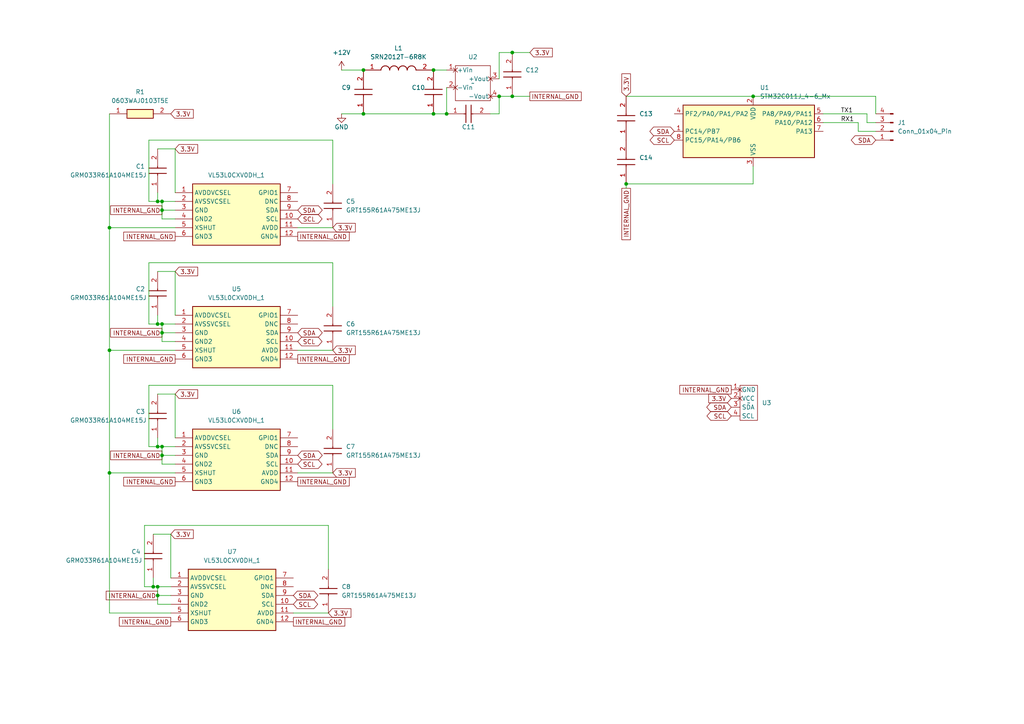
<source format=kicad_sch>
(kicad_sch (version 20230121) (generator eeschema)
  (paper "A4")
  (lib_symbols
    (symbol "0603WAJ0103T5E:0603WAJ0103T5E" (pin_names hide)
      (property "Reference" "R" (at 13.97 6.35 0))
      (property "Value" "0603WAJ0103T5E" (at 13.97 3.81 0))
      (symbol "0603WAJ0103T5E_1_1"
        (rectangle (start 5.08 1.27) (end 12.7 -1.27) (stroke (width 0.254)) (fill (type background)))
        (pin passive line (at 0 0 0) (length 5.08) (name "1") (number "1"))
        (pin passive line (at 17.78 0 180) (length 5.08) (name "2") (number "2"))
      )
    )
    (symbol "C0402C271K5RAC:C0402C271K5RAC" (pin_names hide)
      (property "Reference" "C" (at 8.89 6.35 0))
      (property "Value" "C0402C271K5RAC" (at 8.89 3.81 0))
      (symbol "C0402C271K5RAC_1_1"
        (polyline (pts (xy 5.08 0) (xy 5.588 0)) (stroke (width 0.254)))
        (polyline (pts (xy 5.588 2.54) (xy 5.588 -2.54)) (stroke (width 0.254)))
        (polyline (pts (xy 7.112 0) (xy 7.62 0)) (stroke (width 0.254)))
        (polyline (pts (xy 7.112 2.54) (xy 7.112 -2.54)) (stroke (width 0.254)))
        (pin passive line (at 0 0 0) (length 5.08) (name "1") (number "1"))
        (pin passive line (at 12.7 0 180) (length 5.08) (name "2") (number "2"))
      )
    )
    (symbol "Connector:Conn_01x04_Pin" (pin_names (offset 1.016) hide)
      (property "Reference" "J" (at 0 5.08 0))
      (property "Value" "Conn_01x04_Pin" (at 0 -7.62 0))
      (symbol "Conn_01x04_Pin_1_1"
        (polyline (pts (xy 1.27 -5.08) (xy 0.8636 -5.08)) (stroke (width 0.1524)))
        (polyline (pts (xy 1.27 -2.54) (xy 0.8636 -2.54)) (stroke (width 0.1524)))
        (polyline (pts (xy 1.27 0) (xy 0.8636 0)) (stroke (width 0.1524)))
        (polyline (pts (xy 1.27 2.54) (xy 0.8636 2.54)) (stroke (width 0.1524)))
        (rectangle (start 0.8636 -4.953) (end 0 -5.207) (stroke (width 0.1524)) (fill (type outline)))
        (rectangle (start 0.8636 -2.413) (end 0 -2.667) (stroke (width 0.1524)) (fill (type outline)))
        (rectangle (start 0.8636 0.127) (end 0 -0.127) (stroke (width 0.1524)) (fill (type outline)))
        (rectangle (start 0.8636 2.667) (end 0 2.413) (stroke (width 0.1524)) (fill (type outline)))
        (pin passive line (at 5.08 2.54 180) (length 3.81) (name "Pin_1") (number "1"))
        (pin passive line (at 5.08 0 180) (length 3.81) (name "Pin_2") (number "2"))
        (pin passive line (at 5.08 -2.54 180) (length 3.81) (name "Pin_3") (number "3"))
        (pin passive line (at 5.08 -5.08 180) (length 3.81) (name "Pin_4") (number "4"))
      )
    )
    (symbol "Converter_DCDC:IEB0112S3V3"
      (property "Reference" "U" (at 0 0 0))
      (symbol "IEB0112S3V3_0_1"
        (rectangle (start -5.08 5.08) (end 5.08 -5.08))
      )
      (symbol "IEB0112S3V3_1_1"
        (pin power_in non_logic (at -7.62 3.81 0) (length 2.54) (name "+Vin") (number "1"))
        (pin passive non_logic (at -7.62 -1.27 0) (length 2.54) (name "-Vin") (number "2"))
        (pin power_out non_logic (at 7.62 1.27 180) (length 2.54) (name "+Vout") (number "3"))
        (pin passive non_logic (at 7.62 -3.81 180) (length 2.54) (name "-Vout") (number "4"))
      )
    )
    (symbol "Driver_Display:SSD1306"
      (property "Reference" "U" (at 0 0 0))
      (symbol "SSD1306_0_1"
        (rectangle (start -2.54 5.08) (end 2.54 -5.08))
      )
      (symbol "SSD1306_1_1"
        (pin passive non_logic (at -5.08 3.81 0) (length 2.54) (name "GND") (number "1"))
        (pin power_in non_logic (at -5.08 1.27 0) (length 2.54) (name "VCC") (number "2"))
        (pin bidirectional line (at -5.08 -1.27 0) (length 2.54) (name "SDA") (number "3"))
        (pin bidirectional line (at -5.08 -3.81 0) (length 2.54) (name "SCL") (number "4"))
      )
    )
    (symbol "GRM033R61A104ME15J:GRM033R61A104ME15J" (pin_names hide)
      (property "Reference" "C" (at 8.89 6.35 0))
      (property "Value" "GRM033R61A104ME15J" (at 8.89 3.81 0))
      (symbol "GRM033R61A104ME15J_1_1"
        (polyline (pts (xy 5.08 0) (xy 5.588 0)) (stroke (width 0.254)))
        (polyline (pts (xy 5.588 2.54) (xy 5.588 -2.54)) (stroke (width 0.254)))
        (polyline (pts (xy 7.112 0) (xy 7.62 0)) (stroke (width 0.254)))
        (polyline (pts (xy 7.112 2.54) (xy 7.112 -2.54)) (stroke (width 0.254)))
        (pin passive line (at 0 0 0) (length 5.08) (name "1") (number "1"))
        (pin passive line (at 12.7 0 180) (length 5.08) (name "2") (number "2"))
      )
    )
    (symbol "GRM188R61C106MA73J:GRM188R61C106MA73J" (pin_names hide)
      (property "Reference" "C" (at 8.89 6.35 0))
      (property "Value" "GRM188R61C106MA73J" (at 8.89 3.81 0))
      (symbol "GRM188R61C106MA73J_1_1"
        (polyline (pts (xy 5.08 0) (xy 5.588 0)) (stroke (width 0.254)))
        (polyline (pts (xy 5.588 2.54) (xy 5.588 -2.54)) (stroke (width 0.254)))
        (polyline (pts (xy 7.112 0) (xy 7.62 0)) (stroke (width 0.254)))
        (polyline (pts (xy 7.112 2.54) (xy 7.112 -2.54)) (stroke (width 0.254)))
        (pin passive line (at 0 0 0) (length 5.08) (name "1") (number "1"))
        (pin passive line (at 12.7 0 180) (length 5.08) (name "2") (number "2"))
      )
    )
    (symbol "GRT155R61A475ME13J:GRT155R61A475ME13J" (pin_names hide)
      (property "Reference" "C" (at 8.89 6.35 0))
      (property "Value" "GRT155R61A475ME13J" (at 8.89 3.81 0))
      (symbol "GRT155R61A475ME13J_1_1"
        (polyline (pts (xy 5.08 0) (xy 5.588 0)) (stroke (width 0.254)))
        (polyline (pts (xy 5.588 2.54) (xy 5.588 -2.54)) (stroke (width 0.254)))
        (polyline (pts (xy 7.112 0) (xy 7.62 0)) (stroke (width 0.254)))
        (polyline (pts (xy 7.112 2.54) (xy 7.112 -2.54)) (stroke (width 0.254)))
        (pin passive line (at 0 0 0) (length 5.08) (name "1") (number "1"))
        (pin passive line (at 12.7 0 180) (length 5.08) (name "2") (number "2"))
      )
    )
    (symbol "MCU_ST_STM32C0:STM32C011J_4-6_Mx"
      (property "Reference" "U" (at -17.78 8.89 0))
      (property "Value" "STM32C011J_4-6_Mx" (at 5.08 8.89 0))
      (symbol "STM32C011J_4-6_Mx_0_1"
        (rectangle (start -17.78 -7.62) (end 20.32 7.62) (stroke (width 0.254)) (fill (type background)))
      )
      (symbol "STM32C011J_4-6_Mx_1_1"
        (pin bidirectional line (at -20.32 0 0) (length 2.54) (name "PC14/PB7") (number "1"))
        (pin power_in line (at 2.54 10.16 270) (length 2.54) (name "VDD") (number "2"))
        (pin power_in line (at 2.54 -10.16 90) (length 2.54) (name "VSS") (number "3"))
        (pin bidirectional line (at -20.32 5.08 0) (length 2.54) (name "PF2/PA0/PA1/PA2") (number "4"))
        (pin bidirectional line (at 22.86 5.08 180) (length 2.54) (name "PA8/PA9/PA11") (number "5"))
        (pin bidirectional line (at 22.86 2.54 180) (length 2.54) (name "PA10/PA12") (number "6"))
        (pin bidirectional line (at 22.86 0 180) (length 2.54) (name "PA13") (number "7"))
        (pin bidirectional line (at -20.32 -2.54 0) (length 2.54) (name "PC15/PA14/PB6") (number "8"))
      )
    )
    (symbol "SRN2012T-6R8K:SRN2012T-6R8K" (pin_names hide)
      (property "Reference" "L" (at 16.51 6.35 0))
      (property "Value" "SRN2012T-6R8K" (at 16.51 3.81 0))
      (symbol "SRN2012T-6R8K_1_1"
        (arc (start 7.62 0) (mid 6.35 1.219) (end 5.08 0) (stroke (width 0.254)))
        (arc (start 10.16 0) (mid 8.89 1.219) (end 7.62 0) (stroke (width 0.254)))
        (arc (start 12.7 0) (mid 11.43 1.219) (end 10.16 0) (stroke (width 0.254)))
        (arc (start 15.24 0) (mid 13.97 1.219) (end 12.7 0) (stroke (width 0.254)))
        (pin passive line (at 0 0 0) (length 5.08) (name "1") (number "1"))
        (pin passive line (at 20.32 0 180) (length 5.08) (name "2") (number "2"))
      )
    )
    (symbol "VL53L0CXV0DH_1:VL53L0CXV0DH_1"
      (property "Reference" "U" (at 31.75 7.62 0))
      (property "Value" "VL53L0CXV0DH_1" (at 31.75 5.08 0))
      (symbol "VL53L0CXV0DH_1_1_1"
        (rectangle (start 5.08 2.54) (end 30.48 -15.24) (stroke (width 0.254)) (fill (type background)))
        (pin power_in line (at 0 0 0) (length 5.08) (name "AVDDVCSEL") (number "1"))
        (pin power_in line (at 35.56 -7.62 180) (length 5.08) (name "SCL") (number "10"))
        (pin power_in line (at 35.56 -10.16 180) (length 5.08) (name "AVDD") (number "11"))
        (pin power_in line (at 35.56 -12.7 180) (length 5.08) (name "GND4") (number "12"))
        (pin input line (at 0 -2.54 0) (length 5.08) (name "AVSSVCSEL") (number "2"))
        (pin bidirectional line (at 0 -5.08 0) (length 5.08) (name "GND") (number "3"))
        (pin input line (at 0 -7.62 0) (length 5.08) (name "GND2") (number "4"))
        (pin output line (at 0 -10.16 0) (length 5.08) (name "XSHUT") (number "5"))
        (pin power_in line (at 0 -12.7 0) (length 5.08) (name "GND3") (number "6"))
        (pin input line (at 35.56 0 180) (length 5.08) (name "GPIO1") (number "7"))
        (pin power_in line (at 35.56 -2.54 180) (length 5.08) (name "DNC") (number "8"))
        (pin power_in line (at 35.56 -5.08 180) (length 5.08) (name "SDA") (number "9"))
      )
    )
    (symbol "power:+12V" (power) (pin_names (offset 0))
      (property "Value" "+12V" (at 0 3.556 0))
      (symbol "+12V_0_1"
        (polyline (pts (xy -0.762 1.27) (xy 0 2.54)))
        (polyline (pts (xy 0 0) (xy 0 2.54)))
        (polyline (pts (xy 0 2.54) (xy 0.762 1.27)))
      )
      (symbol "+12V_1_1"
        (pin power_in line (at 0 0 90) (length 0) hide (name "+12V") (number "1"))
      )
    )
    (symbol "power:GND" (power) (pin_names (offset 0))
      (property "Value" "GND" (at 0 -3.81 0))
      (symbol "GND_0_1"
        (polyline (pts (xy 0 0) (xy 0 -1.27) (xy 1.27 -1.27) (xy 0 -2.54) (xy -1.27 -1.27) (xy 0 -1.27)))
      )
      (symbol "GND_1_1"
        (pin power_in line (at 0 0 270) (length 0) hide (name "GND") (number "1"))
      )
    )
  )
  (junction (at 181.61 53.34))
  (junction (at 46.99 132.08))
  (junction (at 46.99 60.96))
  (junction (at 148.59 15.24))
  (junction (at 31.75 101.6))
  (junction (at 218.44 27.94))
  (junction (at 105.41 33.02))
  (junction (at 129.54 33.02))
  (junction (at 148.59 27.94))
  (junction (at 46.99 58.42))
  (junction (at 144.78 27.94))
  (junction (at 125.73 33.02))
  (junction (at 31.75 66.04))
  (junction (at 125.73 20.32))
  (junction (at 45.72 172.72))
  (junction (at 45.72 170.18))
  (junction (at 45.72 58.42))
  (junction (at 45.72 93.98))
  (junction (at 105.41 20.32))
  (junction (at 45.72 129.54))
  (junction (at 46.99 93.98))
  (junction (at 46.99 96.52))
  (junction (at 31.75 137.16))
  (junction (at 46.99 129.54))
  (junction (at 44.45 170.18))
  (wire (pts (xy 45.72 93.98) (xy 45.72 91.44)))
  (wire (pts (xy 46.99 129.54) (xy 45.72 129.54)))
  (wire (pts (xy 31.75 101.6) (xy 31.75 137.16)))
  (wire (pts (xy 45.72 129.54) (xy 45.72 127)))
  (wire (pts (xy 251.46 33.02) (xy 238.76 33.02)))
  (wire (pts (xy 144.78 33.02) (xy 144.78 27.94)))
  (wire (pts (xy 96.52 101.6) (xy 86.36 101.6)))
  (wire (pts (xy 45.72 43.18) (xy 50.8 43.18)))
  (wire (pts (xy 41.91 152.4) (xy 41.91 170.18)))
  (wire (pts (xy 49.53 170.18) (xy 45.72 170.18)))
  (wire (pts (xy 248.92 38.1) (xy 248.92 35.56)))
  (wire (pts (xy 251.46 35.56) (xy 251.46 33.02)))
  (wire (pts (xy 45.72 175.26) (xy 49.53 175.26)))
  (wire (pts (xy 41.91 170.18) (xy 44.45 170.18)))
  (wire (pts (xy 181.61 27.94) (xy 218.44 27.94)))
  (wire (pts (xy 43.18 76.2) (xy 43.18 93.98)))
  (wire (pts (xy 254 35.56) (xy 251.46 35.56)))
  (wire (pts (xy 43.18 40.64) (xy 43.18 58.42)))
  (wire (pts (xy 99.06 20.32) (xy 105.41 20.32)))
  (wire (pts (xy 46.99 58.42) (xy 46.99 60.96)))
  (wire (pts (xy 45.72 58.42) (xy 46.99 58.42)))
  (wire (pts (xy 96.52 53.34) (xy 96.52 40.64)))
  (wire (pts (xy 96.52 111.76) (xy 43.18 111.76)))
  (wire (pts (xy 31.75 137.16) (xy 50.8 137.16)))
  (wire (pts (xy 50.8 114.3) (xy 50.8 127)))
  (wire (pts (xy 46.99 63.5) (xy 50.8 63.5)))
  (wire (pts (xy 46.99 132.08) (xy 46.99 134.62)))
  (wire (pts (xy 148.59 15.24) (xy 144.78 15.24)))
  (wire (pts (xy 44.45 154.94) (xy 49.53 154.94)))
  (wire (pts (xy 46.99 129.54) (xy 46.99 132.08)))
  (wire (pts (xy 125.73 33.02) (xy 129.54 33.02)))
  (wire (pts (xy 50.8 99.06) (xy 46.99 99.06)))
  (wire (pts (xy 148.59 27.94) (xy 144.78 27.94)))
  (wire (pts (xy 144.78 15.24) (xy 144.78 22.86)))
  (wire (pts (xy 46.99 60.96) (xy 50.8 60.96)))
  (wire (pts (xy 45.72 170.18) (xy 45.72 172.72)))
  (wire (pts (xy 50.8 66.04) (xy 31.75 66.04)))
  (wire (pts (xy 254 38.1) (xy 248.92 38.1)))
  (wire (pts (xy 45.72 170.18) (xy 44.45 170.18)))
  (wire (pts (xy 46.99 132.08) (xy 50.8 132.08)))
  (wire (pts (xy 45.72 78.74) (xy 50.8 78.74)))
  (wire (pts (xy 50.8 78.74) (xy 50.8 91.44)))
  (wire (pts (xy 96.52 124.46) (xy 96.52 111.76)))
  (wire (pts (xy 46.99 99.06) (xy 46.99 96.52)))
  (wire (pts (xy 50.8 129.54) (xy 46.99 129.54)))
  (wire (pts (xy 31.75 66.04) (xy 31.75 101.6)))
  (wire (pts (xy 46.99 63.5) (xy 46.99 60.96)))
  (wire (pts (xy 31.75 177.8) (xy 49.53 177.8)))
  (wire (pts (xy 218.44 48.26) (xy 218.44 53.34)))
  (wire (pts (xy 31.75 137.16) (xy 31.75 177.8)))
  (wire (pts (xy 96.52 76.2) (xy 43.18 76.2)))
  (wire (pts (xy 45.72 175.26) (xy 45.72 172.72)))
  (wire (pts (xy 50.8 43.18) (xy 50.8 55.88)))
  (wire (pts (xy 254 33.02) (xy 254 27.94)))
  (wire (pts (xy 49.53 154.94) (xy 49.53 167.64)))
  (wire (pts (xy 181.61 53.34) (xy 181.61 54.61)))
  (wire (pts (xy 43.18 93.98) (xy 45.72 93.98)))
  (wire (pts (xy 46.99 93.98) (xy 45.72 93.98)))
  (wire (pts (xy 153.67 15.24) (xy 148.59 15.24)))
  (wire (pts (xy 96.52 66.04) (xy 86.36 66.04)))
  (wire (pts (xy 45.72 172.72) (xy 49.53 172.72)))
  (wire (pts (xy 43.18 111.76) (xy 43.18 129.54)))
  (wire (pts (xy 86.36 137.16) (xy 96.52 137.16)))
  (wire (pts (xy 45.72 58.42) (xy 45.72 55.88)))
  (wire (pts (xy 46.99 93.98) (xy 46.99 96.52)))
  (wire (pts (xy 95.25 165.1) (xy 95.25 152.4)))
  (wire (pts (xy 50.8 93.98) (xy 46.99 93.98)))
  (wire (pts (xy 31.75 101.6) (xy 50.8 101.6)))
  (wire (pts (xy 31.75 33.02) (xy 31.75 66.04)))
  (wire (pts (xy 46.99 134.62) (xy 50.8 134.62)))
  (wire (pts (xy 50.8 58.42) (xy 46.99 58.42)))
  (wire (pts (xy 96.52 88.9) (xy 96.52 76.2)))
  (wire (pts (xy 238.76 35.56) (xy 248.92 35.56)))
  (wire (pts (xy 181.61 53.34) (xy 218.44 53.34)))
  (wire (pts (xy 43.18 129.54) (xy 45.72 129.54)))
  (wire (pts (xy 153.67 27.94) (xy 148.59 27.94)))
  (wire (pts (xy 43.18 58.42) (xy 45.72 58.42)))
  (wire (pts (xy 44.45 170.18) (xy 44.45 167.64)))
  (wire (pts (xy 142.24 33.02) (xy 144.78 33.02)))
  (wire (pts (xy 96.52 40.64) (xy 43.18 40.64)))
  (wire (pts (xy 46.99 96.52) (xy 50.8 96.52)))
  (wire (pts (xy 125.73 20.32) (xy 129.54 20.32)))
  (wire (pts (xy 95.25 152.4) (xy 41.91 152.4)))
  (wire (pts (xy 129.54 33.02) (xy 129.54 25.4)))
  (wire (pts (xy 45.72 114.3) (xy 50.8 114.3)))
  (wire (pts (xy 105.41 33.02) (xy 125.73 33.02)))
  (wire (pts (xy 99.06 33.02) (xy 105.41 33.02)))
  (wire (pts (xy 218.44 27.94) (xy 254 27.94)))
  (wire (pts (xy 85.09 177.8) (xy 95.25 177.8)))
  (label "RX1" (at 243.84 35.56 0))
  (label "TX1" (at 243.84 33.02 0))
  (global_label "INTERNAL_GND" (shape passive) (at 86.36 68.58 0) (property "Intersheetrefs" "${INTERSHEET_REFS}" (effects hide)))
  (global_label "3.3V" (shape input) (at 50.8 114.3 0) (property "Intersheetrefs" "${INTERSHEET_REFS}" (effects hide)))
  (global_label "SCL" (shape bidirectional) (at 195.58 40.64 180) (property "Intersheetrefs" "${INTERSHEET_REFS}" (effects hide)))
  (global_label "INTERNAL_GND" (shape passive) (at 50.8 139.7 180) (property "Intersheetrefs" "${INTERSHEET_REFS}" (effects hide)))
  (global_label "INTERNAL_GND" (shape passive) (at 86.36 139.7 0) (property "Intersheetrefs" "${INTERSHEET_REFS}" (effects hide)))
  (global_label "SDA" (shape bidirectional) (at 212.09 118.11 180) (property "Intersheetrefs" "${INTERSHEET_REFS}" (effects hide)))
  (global_label "SDA" (shape bidirectional) (at 86.36 60.96 0) (property "Intersheetrefs" "${INTERSHEET_REFS}" (effects hide)))
  (global_label "3.3V" (shape input) (at 96.52 66.04 0) (property "Intersheetrefs" "${INTERSHEET_REFS}" (effects hide)))
  (global_label "INTERNAL_GND" (shape passive) (at 85.09 180.34 0) (property "Intersheetrefs" "${INTERSHEET_REFS}" (effects hide)))
  (global_label "3.3V" (shape input) (at 49.53 33.02 0) (property "Intersheetrefs" "${INTERSHEET_REFS}" (effects hide)))
  (global_label "INTERNAL_GND" (shape passive) (at 49.53 180.34 180) (property "Intersheetrefs" "${INTERSHEET_REFS}" (effects hide)))
  (global_label "SDA" (shape bidirectional) (at 86.36 96.52 0) (property "Intersheetrefs" "${INTERSHEET_REFS}" (effects hide)))
  (global_label "SCL" (shape bidirectional) (at 86.36 134.62 0) (property "Intersheetrefs" "${INTERSHEET_REFS}" (effects hide)))
  (global_label "3.3V" (shape input) (at 50.8 43.18 0) (property "Intersheetrefs" "${INTERSHEET_REFS}" (effects hide)))
  (global_label "INTERNAL_GND" (shape passive) (at 153.67 27.94 0) (property "Intersheetrefs" "${INTERSHEET_REFS}" (effects hide)))
  (global_label "3.3V" (shape input) (at 212.09 115.57 180) (property "Intersheetrefs" "${INTERSHEET_REFS}" (effects hide)))
  (global_label "3.3V" (shape input) (at 95.25 177.8 0) (property "Intersheetrefs" "${INTERSHEET_REFS}" (effects hide)))
  (global_label "3.3V" (shape input) (at 181.61 27.94 90) (property "Intersheetrefs" "${INTERSHEET_REFS}" (effects hide)))
  (global_label "INTERNAL_GND" (shape passive) (at 212.09 113.03 180) (property "Intersheetrefs" "${INTERSHEET_REFS}" (effects hide)))
  (global_label "3.3V" (shape input) (at 49.53 154.94 0) (property "Intersheetrefs" "${INTERSHEET_REFS}" (effects hide)))
  (global_label "SDA" (shape bidirectional) (at 254 40.64 180) (property "Intersheetrefs" "${INTERSHEET_REFS}" (effects hide)))
  (global_label "SCL" (shape bidirectional) (at 86.36 99.06 0) (property "Intersheetrefs" "${INTERSHEET_REFS}" (effects hide)))
  (global_label "INTERNAL_GND" (shape passive) (at 46.99 132.08 180) (property "Intersheetrefs" "${INTERSHEET_REFS}" (effects hide)))
  (global_label "3.3V" (shape input) (at 96.52 137.16 0) (property "Intersheetrefs" "${INTERSHEET_REFS}" (effects hide)))
  (global_label "INTERNAL_GND" (shape passive) (at 181.61 54.61 270) (property "Intersheetrefs" "${INTERSHEET_REFS}" (effects hide)))
  (global_label "SDA" (shape bidirectional) (at 86.36 132.08 0) (property "Intersheetrefs" "${INTERSHEET_REFS}" (effects hide)))
  (global_label "3.3V" (shape input) (at 153.67 15.24 0) (property "Intersheetrefs" "${INTERSHEET_REFS}" (effects hide)))
  (global_label "3.3V" (shape input) (at 50.8 78.74 0) (property "Intersheetrefs" "${INTERSHEET_REFS}" (effects hide)))
  (global_label "INTERNAL_GND" (shape passive) (at 45.72 172.72 180) (property "Intersheetrefs" "${INTERSHEET_REFS}" (effects hide)))
  (global_label "SCL" (shape bidirectional) (at 85.09 175.26 0) (property "Intersheetrefs" "${INTERSHEET_REFS}" (effects hide)))
  (global_label "INTERNAL_GND" (shape passive) (at 46.99 60.96 180) (property "Intersheetrefs" "${INTERSHEET_REFS}" (effects hide)))
  (global_label "INTERNAL_GND" (shape passive) (at 50.8 68.58 180) (property "Intersheetrefs" "${INTERSHEET_REFS}" (effects hide)))
  (global_label "INTERNAL_GND" (shape passive) (at 86.36 104.14 0) (property "Intersheetrefs" "${INTERSHEET_REFS}" (effects hide)))
  (global_label "SDA" (shape bidirectional) (at 85.09 172.72 0) (property "Intersheetrefs" "${INTERSHEET_REFS}" (effects hide)))
  (global_label "SDA" (shape bidirectional) (at 195.58 38.1 180) (property "Intersheetrefs" "${INTERSHEET_REFS}" (effects hide)))
  (global_label "INTERNAL_GND" (shape passive) (at 46.99 96.52 180) (property "Intersheetrefs" "${INTERSHEET_REFS}" (effects hide)))
  (global_label "SCL" (shape bidirectional) (at 86.36 63.5 0) (property "Intersheetrefs" "${INTERSHEET_REFS}" (effects hide)))
  (global_label "SCL" (shape bidirectional) (at 212.09 120.65 180) (property "Intersheetrefs" "${INTERSHEET_REFS}" (effects hide)))
  (global_label "3.3V" (shape input) (at 96.52 101.6 0) (property "Intersheetrefs" "${INTERSHEET_REFS}" (effects hide)))
  (global_label "INTERNAL_GND" (shape passive) (at 50.8 104.14 180) (property "Intersheetrefs" "${INTERSHEET_REFS}" (effects hide)))
  (symbol (lib_id "GRT155R61A475ME13J:GRT155R61A475ME13J") (at 96.52 101.6 90) (unit 1)
    (property "Reference" "C6" (at 100.33 93.98 90) (effects (justify right)))
    (property "Value" "GRT155R61A475ME13J" (at 100.33 96.52 90) (effects (justify right)))
    (property "Footprint" "CAPC1005X55N" (effects hide))
    (property "Datasheet" "https://psearch.en.murata.com/capacitor/product/GRT155R61A475ME13%23.html" (effects hide))
    (property "Height" "0.55" (effects hide))
    (property "Mouser Part Number" "81-GRT155R61A475ME3J" (effects hide))
    (property "Mouser Price/Stock" "https://www.mouser.co.uk/ProductDetail/Murata-Electronics/GRT155R61A475ME13J?qs=d0WKAl%252BL4KaEVeQobahv9g%3D%3D" (effects hide))
    (property "Manufacturer_Name" "Murata Electronics" (effects hide))
    (property "Manufacturer_Part_Number" "GRT155R61A475ME13J" (effects hide))
  )
  (symbol (lib_id "GRM033R61A104ME15J:GRM033R61A104ME15J") (at 181.61 40.64 90) (unit 1)
    (property "Reference" "C13" (at 185.42 33.02 90) (effects (justify right)))
    (property "Value" "GRM033R61A104ME15J" (effects hide))
    (property "Footprint" "CAPC0603X33N" (effects hide))
    (property "Datasheet" "http://www.murata.com/~/media/webrenewal/support/library/catalog/products/capacitor/mlcc/c02e.pdf" (effects hide))
    (property "Height" "0.33" (effects hide))
    (property "Mouser Part Number" "81-GRM033R61A104ME5J" (effects hide))
    (property "Mouser Price/Stock" "https://www.mouser.co.uk/ProductDetail/Murata-Electronics/GRM033R61A104ME15J?qs=QzBtWTOodeWI8PkpZiegBQ%3D%3D" (effects hide))
    (property "Manufacturer_Name" "Murata Electronics" (effects hide))
    (property "Manufacturer_Part_Number" "GRM033R61A104ME15J" (effects hide))
  )
  (symbol (lib_id "VL53L0CXV0DH_1:VL53L0CXV0DH_1") (at 50.8 55.88 0) (unit 1)
    (property "Reference" "U4" (effects hide))
    (property "Value" "VL53L0CXV0DH_1" (at 68.58 50.8 0))
    (property "Footprint" "KiCad:LGA12_1" (effects hide))
    (property "Datasheet" "http://www.st.com/content/ccc/resource/technical/document/datasheet/group3/b2/1e/33/77/c6/92/47/6b/DM00279086/files/DM00279086.pdf/jcr:content/translations/en.DM00279086.pdf" (effects hide))
    (property "Mouser Part Number" "511-VL53L0CXV0DH/1" (effects hide))
    (property "Mouser Price/Stock" "https://www.mouser.co.uk/ProductDetail/STMicroelectronics/VL53L0CXV0DH-1?qs=dTJS0cRn7ojtsK3C9%252BTaSw%3D%3D" (effects hide))
    (property "Manufacturer_Name" "STMicroelectronics" (effects hide))
    (property "Manufacturer_Part_Number" "VL53L0CXV0DH/1" (effects hide))
  )
  (symbol (lib_id "Connector:Conn_01x04_Pin") (at 259.08 38.1 180) (unit 1)
    (property "Reference" "J1" (at 260.35 35.56 0) (effects (justify right)))
    (property "Value" "Conn_01x04_Pin" (at 260.35 38.1 0) (effects (justify right)))
    (property "Footprint" "Connector_PinSocket_1.00mm:PinSocket_1x04_P1.00mm_Vertical" (effects hide))
  )
  (symbol (lib_id "GRM033R61A104ME15J:GRM033R61A104ME15J") (at 45.72 127 90) (unit 1)
    (property "Reference" "C3" (at 39.37 119.38 90) (effects (justify right)))
    (property "Value" "GRM033R61A104ME15J" (at 20.32 121.92 90) (effects (justify right)))
    (property "Footprint" "CAPC0603X33N" (effects hide))
    (property "Datasheet" "http://www.murata.com/~/media/webrenewal/support/library/catalog/products/capacitor/mlcc/c02e.pdf" (effects hide))
    (property "Height" "0.33" (effects hide))
    (property "Mouser Part Number" "81-GRM033R61A104ME5J" (effects hide))
    (property "Mouser Price/Stock" "https://www.mouser.co.uk/ProductDetail/Murata-Electronics/GRM033R61A104ME15J?qs=QzBtWTOodeWI8PkpZiegBQ%3D%3D" (effects hide))
    (property "Manufacturer_Name" "Murata Electronics" (effects hide))
    (property "Manufacturer_Part_Number" "GRM033R61A104ME15J" (effects hide))
  )
  (symbol (lib_id "Driver_Display:SSD1306") (at 217.17 116.84 0) (unit 1)
    (property "Reference" "U3" (at 220.98 116.84 0) (effects (justify left)))
    (property "Value" "~" (at 217.17 116.84 0))
    (property "Footprint" "Connector_PinSocket_1.00mm:PinSocket_1x04_P1.00mm_Vertical" (effects hide))
  )
  (symbol (lib_id "MCU_ST_STM32C0:STM32C011J_4-6_Mx") (at 215.9 38.1 0) (unit 1)
    (property "Reference" "U1" (at 220.3959 25.4 0) (effects (justify left)))
    (property "Value" "STM32C011J_4-6_Mx" (at 220.3959 27.94 0) (effects (justify left)))
    (property "Footprint" "Package_SO:SOIC-8_3.9x4.9mm_P1.27mm" (effects hide))
    (property "Datasheet" "https://www.st.com/resource/en/datasheet/stm32c011j4.pdf" (effects hide))
  )
  (symbol (lib_id "GRT155R61A475ME13J:GRT155R61A475ME13J") (at 96.52 137.16 90) (unit 1)
    (property "Reference" "C7" (at 100.33 129.54 90) (effects (justify right)))
    (property "Value" "GRT155R61A475ME13J" (at 100.33 132.08 90) (effects (justify right)))
    (property "Footprint" "CAPC1005X55N" (effects hide))
    (property "Datasheet" "https://psearch.en.murata.com/capacitor/product/GRT155R61A475ME13%23.html" (effects hide))
    (property "Height" "0.55" (effects hide))
    (property "Mouser Part Number" "81-GRT155R61A475ME3J" (effects hide))
    (property "Mouser Price/Stock" "https://www.mouser.co.uk/ProductDetail/Murata-Electronics/GRT155R61A475ME13J?qs=d0WKAl%252BL4KaEVeQobahv9g%3D%3D" (effects hide))
    (property "Manufacturer_Name" "Murata Electronics" (effects hide))
    (property "Manufacturer_Part_Number" "GRT155R61A475ME13J" (effects hide))
  )
  (symbol (lib_id "power:+12V") (at 99.06 20.32 0) (unit 1)
    (property "Reference" "#PWR01" (effects hide))
    (property "Value" "+12V" (at 99.06 15.24 0))
  )
  (symbol (lib_id "VL53L0CXV0DH_1:VL53L0CXV0DH_1") (at 50.8 127 0) (unit 1)
    (property "Reference" "U6" (at 68.58 119.38 0))
    (property "Value" "VL53L0CXV0DH_1" (at 68.58 121.92 0))
    (property "Footprint" "KiCad:LGA12_1" (effects hide))
    (property "Datasheet" "http://www.st.com/content/ccc/resource/technical/document/datasheet/group3/b2/1e/33/77/c6/92/47/6b/DM00279086/files/DM00279086.pdf/jcr:content/translations/en.DM00279086.pdf" (effects hide))
    (property "Mouser Part Number" "511-VL53L0CXV0DH/1" (effects hide))
    (property "Mouser Price/Stock" "https://www.mouser.co.uk/ProductDetail/STMicroelectronics/VL53L0CXV0DH-1?qs=dTJS0cRn7ojtsK3C9%252BTaSw%3D%3D" (effects hide))
    (property "Manufacturer_Name" "STMicroelectronics" (effects hide))
    (property "Manufacturer_Part_Number" "VL53L0CXV0DH/1" (effects hide))
  )
  (symbol (lib_id "0603WAJ0103T5E:0603WAJ0103T5E") (at 31.75 33.02 0) (unit 1)
    (property "Reference" "R1" (at 40.64 26.67 0))
    (property "Value" "0603WAJ0103T5E" (at 40.64 29.21 0))
    (property "Footprint" "RESC1608X55N" (effects hide))
    (property "Height" "0.55" (effects hide))
    (property "Mouser Part Number" "303-0603WAJ0103T5E" (effects hide))
    (property "Mouser Price/Stock" "https://www.mouser.co.uk/ProductDetail/Royalohm/0603WAJ0103T5E?qs=e8oIoAS2J1RbD%2Fl9RKhEzg%3D%3D" (effects hide))
    (property "Manufacturer_Name" "ROYALOHM" (effects hide))
    (property "Manufacturer_Part_Number" "0603WAJ0103T5E" (effects hide))
  )
  (symbol (lib_id "VL53L0CXV0DH_1:VL53L0CXV0DH_1") (at 50.8 91.44 0) (unit 1)
    (property "Reference" "U5" (at 68.58 83.82 0))
    (property "Value" "VL53L0CXV0DH_1" (at 68.58 86.36 0))
    (property "Footprint" "KiCad:LGA12_1" (effects hide))
    (property "Datasheet" "http://www.st.com/content/ccc/resource/technical/document/datasheet/group3/b2/1e/33/77/c6/92/47/6b/DM00279086/files/DM00279086.pdf/jcr:content/translations/en.DM00279086.pdf" (effects hide))
    (property "Mouser Part Number" "511-VL53L0CXV0DH/1" (effects hide))
    (property "Mouser Price/Stock" "https://www.mouser.co.uk/ProductDetail/STMicroelectronics/VL53L0CXV0DH-1?qs=dTJS0cRn7ojtsK3C9%252BTaSw%3D%3D" (effects hide))
    (property "Manufacturer_Name" "STMicroelectronics" (effects hide))
    (property "Manufacturer_Part_Number" "VL53L0CXV0DH/1" (effects hide))
  )
  (symbol (lib_id "SRN2012T-6R8K:SRN2012T-6R8K") (at 105.41 20.32 0) (unit 1)
    (property "Reference" "L1" (at 115.57 13.97 0))
    (property "Value" "SRN2012T-6R8K" (at 115.57 16.51 0))
    (property "Footprint" "INDPM2012X120N" (effects hide))
    (property "Datasheet" "http://www.bourns.com/docs/Product-Datasheets/SRN2012T.pdf" (effects hide))
    (property "Height" "1.2" (effects hide))
    (property "Mouser Part Number" "652-SRN2012T-6R8K" (effects hide))
    (property "Mouser Price/Stock" "https://www.mouser.co.uk/ProductDetail/Bourns/SRN2012T-6R8K?qs=A6eO%252BMLsxmSuOZAvAVKYXQ%3D%3D" (effects hide))
    (property "Manufacturer_Name" "Bourns" (effects hide))
    (property "Manufacturer_Part_Number" "SRN2012T-6R8K" (effects hide))
  )
  (symbol (lib_id "GRM033R61A104ME15J:GRM033R61A104ME15J") (at 125.73 33.02 90) (unit 1)
    (property "Reference" "C10" (at 119.38 25.4 90) (effects (justify right)))
    (property "Value" "GRM033R61A104ME15J" (effects hide))
    (property "Footprint" "CAPC0603X33N" (effects hide))
    (property "Datasheet" "http://www.murata.com/~/media/webrenewal/support/library/catalog/products/capacitor/mlcc/c02e.pdf" (effects hide))
    (property "Height" "0.33" (effects hide))
    (property "Mouser Part Number" "81-GRM033R61A104ME5J" (effects hide))
    (property "Mouser Price/Stock" "https://www.mouser.co.uk/ProductDetail/Murata-Electronics/GRM033R61A104ME15J?qs=QzBtWTOodeWI8PkpZiegBQ%3D%3D" (effects hide))
    (property "Manufacturer_Name" "Murata Electronics" (effects hide))
    (property "Manufacturer_Part_Number" "GRM033R61A104ME15J" (effects hide))
  )
  (symbol (lib_id "GRT155R61A475ME13J:GRT155R61A475ME13J") (at 96.52 66.04 90) (unit 1)
    (property "Reference" "C5" (at 100.33 58.42 90) (effects (justify right)))
    (property "Value" "GRT155R61A475ME13J" (at 100.33 60.96 90) (effects (justify right)))
    (property "Footprint" "CAPC1005X55N" (effects hide))
    (property "Datasheet" "https://psearch.en.murata.com/capacitor/product/GRT155R61A475ME13%23.html" (effects hide))
    (property "Height" "0.55" (effects hide))
    (property "Mouser Part Number" "81-GRT155R61A475ME3J" (effects hide))
    (property "Mouser Price/Stock" "https://www.mouser.co.uk/ProductDetail/Murata-Electronics/GRT155R61A475ME13J?qs=d0WKAl%252BL4KaEVeQobahv9g%3D%3D" (effects hide))
    (property "Manufacturer_Name" "Murata Electronics" (effects hide))
    (property "Manufacturer_Part_Number" "GRT155R61A475ME13J" (effects hide))
  )
  (symbol (lib_id "GRM033R61A104ME15J:GRM033R61A104ME15J") (at 45.72 55.88 90) (unit 1)
    (property "Reference" "C1" (at 39.37 48.26 90) (effects (justify right)))
    (property "Value" "GRM033R61A104ME15J" (at 20.32 50.8 90) (effects (justify right)))
    (property "Footprint" "CAPC0603X33N" (effects hide))
    (property "Datasheet" "http://www.murata.com/~/media/webrenewal/support/library/catalog/products/capacitor/mlcc/c02e.pdf" (effects hide))
    (property "Height" "0.33" (effects hide))
    (property "Mouser Part Number" "81-GRM033R61A104ME5J" (effects hide))
    (property "Mouser Price/Stock" "https://www.mouser.co.uk/ProductDetail/Murata-Electronics/GRM033R61A104ME15J?qs=QzBtWTOodeWI8PkpZiegBQ%3D%3D" (effects hide))
    (property "Manufacturer_Name" "Murata Electronics" (effects hide))
    (property "Manufacturer_Part_Number" "GRM033R61A104ME15J" (effects hide))
  )
  (symbol (lib_id "GRM033R61A104ME15J:GRM033R61A104ME15J") (at 45.72 91.44 90) (unit 1)
    (property "Reference" "C2" (at 39.37 83.82 90) (effects (justify right)))
    (property "Value" "GRM033R61A104ME15J" (at 20.32 86.36 90) (effects (justify right)))
    (property "Footprint" "CAPC0603X33N" (effects hide))
    (property "Datasheet" "http://www.murata.com/~/media/webrenewal/support/library/catalog/products/capacitor/mlcc/c02e.pdf" (effects hide))
    (property "Height" "0.33" (effects hide))
    (property "Mouser Part Number" "81-GRM033R61A104ME5J" (effects hide))
    (property "Mouser Price/Stock" "https://www.mouser.co.uk/ProductDetail/Murata-Electronics/GRM033R61A104ME15J?qs=QzBtWTOodeWI8PkpZiegBQ%3D%3D" (effects hide))
    (property "Manufacturer_Name" "Murata Electronics" (effects hide))
    (property "Manufacturer_Part_Number" "GRM033R61A104ME15J" (effects hide))
  )
  (symbol (lib_id "GRT155R61A475ME13J:GRT155R61A475ME13J") (at 95.25 177.8 90) (unit 1)
    (property "Reference" "C8" (at 99.06 170.18 90) (effects (justify right)))
    (property "Value" "GRT155R61A475ME13J" (at 99.06 172.72 90) (effects (justify right)))
    (property "Footprint" "CAPC1005X55N" (effects hide))
    (property "Datasheet" "https://psearch.en.murata.com/capacitor/product/GRT155R61A475ME13%23.html" (effects hide))
    (property "Height" "0.55" (effects hide))
    (property "Mouser Part Number" "81-GRT155R61A475ME3J" (effects hide))
    (property "Mouser Price/Stock" "https://www.mouser.co.uk/ProductDetail/Murata-Electronics/GRT155R61A475ME13J?qs=d0WKAl%252BL4KaEVeQobahv9g%3D%3D" (effects hide))
    (property "Manufacturer_Name" "Murata Electronics" (effects hide))
    (property "Manufacturer_Part_Number" "GRT155R61A475ME13J" (effects hide))
  )
  (symbol (lib_id "GRM033R61A104ME15J:GRM033R61A104ME15J") (at 105.41 33.02 90) (unit 1)
    (property "Reference" "C9" (at 99.06 25.4 90) (effects (justify right)))
    (property "Value" "GRM033R61A104ME15J" (effects hide))
    (property "Footprint" "CAPC0603X33N" (effects hide))
    (property "Datasheet" "http://www.murata.com/~/media/webrenewal/support/library/catalog/products/capacitor/mlcc/c02e.pdf" (effects hide))
    (property "Height" "0.33" (effects hide))
    (property "Mouser Part Number" "81-GRM033R61A104ME5J" (effects hide))
    (property "Mouser Price/Stock" "https://www.mouser.co.uk/ProductDetail/Murata-Electronics/GRM033R61A104ME15J?qs=QzBtWTOodeWI8PkpZiegBQ%3D%3D" (effects hide))
    (property "Manufacturer_Name" "Murata Electronics" (effects hide))
    (property "Manufacturer_Part_Number" "GRM033R61A104ME15J" (effects hide))
  )
  (symbol (lib_id "VL53L0CXV0DH_1:VL53L0CXV0DH_1") (at 49.53 167.64 0) (unit 1)
    (property "Reference" "U7" (at 67.31 160.02 0))
    (property "Value" "VL53L0CXV0DH_1" (at 67.31 162.56 0))
    (property "Footprint" "KiCad:LGA12_1" (effects hide))
    (property "Datasheet" "http://www.st.com/content/ccc/resource/technical/document/datasheet/group3/b2/1e/33/77/c6/92/47/6b/DM00279086/files/DM00279086.pdf/jcr:content/translations/en.DM00279086.pdf" (effects hide))
    (property "Mouser Part Number" "511-VL53L0CXV0DH/1" (effects hide))
    (property "Mouser Price/Stock" "https://www.mouser.co.uk/ProductDetail/STMicroelectronics/VL53L0CXV0DH-1?qs=dTJS0cRn7ojtsK3C9%252BTaSw%3D%3D" (effects hide))
    (property "Manufacturer_Name" "STMicroelectronics" (effects hide))
    (property "Manufacturer_Part_Number" "VL53L0CXV0DH/1" (effects hide))
  )
  (symbol (lib_id "GRM033R61A104ME15J:GRM033R61A104ME15J") (at 44.45 167.64 90) (unit 1)
    (property "Reference" "C4" (at 38.1 160.02 90) (effects (justify right)))
    (property "Value" "GRM033R61A104ME15J" (at 19.05 162.56 90) (effects (justify right)))
    (property "Footprint" "CAPC0603X33N" (effects hide))
    (property "Datasheet" "http://www.murata.com/~/media/webrenewal/support/library/catalog/products/capacitor/mlcc/c02e.pdf" (effects hide))
    (property "Height" "0.33" (effects hide))
    (property "Mouser Part Number" "81-GRM033R61A104ME5J" (effects hide))
    (property "Mouser Price/Stock" "https://www.mouser.co.uk/ProductDetail/Murata-Electronics/GRM033R61A104ME15J?qs=QzBtWTOodeWI8PkpZiegBQ%3D%3D" (effects hide))
    (property "Manufacturer_Name" "Murata Electronics" (effects hide))
    (property "Manufacturer_Part_Number" "GRM033R61A104ME15J" (effects hide))
  )
  (symbol (lib_id "C0402C271K5RAC:C0402C271K5RAC") (at 129.54 33.02 0) (unit 1)
    (property "Reference" "C11" (at 135.89 36.83 0))
    (property "Value" "C0402C271K5RAC" (effects hide))
    (property "Footprint" "CAPC1005X55N" (effects hide))
    (property "Datasheet" "https://content.kemet.com/datasheets/KEM_C1002_X7R_SMD.pdf" (effects hide))
    (property "Height" "0.55" (effects hide))
    (property "Mouser Part Number" "80-C0402C271K5RAC" (effects hide))
    (property "Mouser Price/Stock" "https://www.mouser.co.uk/ProductDetail/KEMET/C0402C271K5RAC?qs=cr8T4Ugre45g%252BE5NGMDJuA%3D%3D" (effects hide))
    (property "Manufacturer_Name" "KEMET" (effects hide))
    (property "Manufacturer_Part_Number" "C0402C271K5RAC" (effects hide))
  )
  (symbol (lib_id "Converter_DCDC:IEB0112S3V3") (at 137.16 24.13 0) (unit 1)
    (property "Reference" "U2" (at 137.16 16.51 0))
    (property "Value" "~" (at 137.16 24.13 0))
    (property "Footprint" "Converter_DCDC:IEB01" (effects hide))
  )
  (symbol (lib_id "power:GND") (at 99.06 33.02 0) (unit 1)
    (property "Reference" "#PWR02" (effects hide))
    (property "Value" "GND" (at 99.06 36.83 0))
  )
  (symbol (lib_id "GRM188R61C106MA73J:GRM188R61C106MA73J") (at 148.59 27.94 90) (unit 1)
    (property "Reference" "C12" (at 152.4 20.32 90) (effects (justify right)))
    (property "Value" "GRM188R61C106MA73J" (effects hide))
    (property "Footprint" "CAPC1608X90N" (effects hide))
    (property "Datasheet" "http://componentsearchengine.com/Datasheets/1/GRM188R61C106MA73J.pdf" (effects hide))
    (property "Height" "0.9" (effects hide))
    (property "Mouser Part Number" "81-GRM188R61C106MA3J" (effects hide))
    (property "Mouser Price/Stock" "https://www.mouser.co.uk/ProductDetail/Murata-Electronics/GRM188R61C106MA73J?qs=QzBtWTOodeVxskQb7yWr5w%3D%3D" (effects hide))
    (property "Manufacturer_Name" "Murata Electronics" (effects hide))
    (property "Manufacturer_Part_Number" "GRM188R61C106MA73J" (effects hide))
  )
  (symbol (lib_id "GRT155R61A475ME13J:GRT155R61A475ME13J") (at 181.61 53.34 90) (unit 1)
    (property "Reference" "C14" (at 185.42 45.72 90) (effects (justify right)))
    (property "Value" "GRT155R61A475ME13J" (effects hide))
    (property "Footprint" "CAPC1005X55N" (effects hide))
    (property "Datasheet" "https://psearch.en.murata.com/capacitor/product/GRT155R61A475ME13%23.html" (effects hide))
    (property "Height" "0.55" (effects hide))
    (property "Mouser Part Number" "81-GRT155R61A475ME3J" (effects hide))
    (property "Mouser Price/Stock" "https://www.mouser.co.uk/ProductDetail/Murata-Electronics/GRT155R61A475ME13J?qs=d0WKAl%252BL4KaEVeQobahv9g%3D%3D" (effects hide))
    (property "Manufacturer_Name" "Murata Electronics" (effects hide))
    (property "Manufacturer_Part_Number" "GRT155R61A475ME13J" (effects hide))
  )
)
</source>
